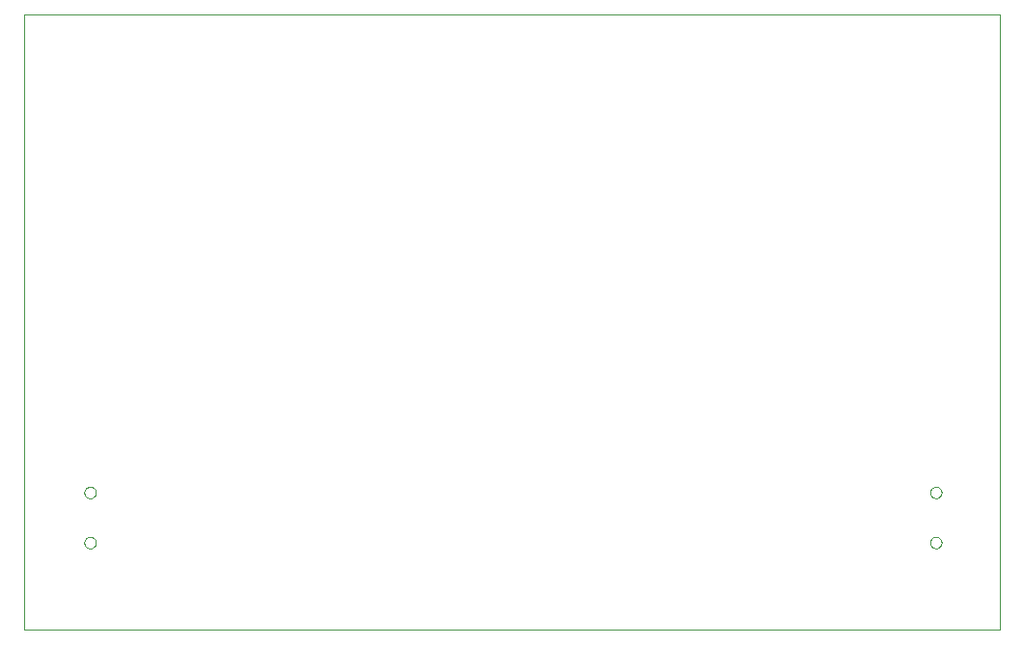
<source format=gko>
G75*
G70*
%OFA0B0*%
%FSLAX24Y24*%
%IPPOS*%
%LPD*%
%AMOC8*
5,1,8,0,0,1.08239X$1,22.5*
%
%ADD10C,0.0000*%
D10*
X000128Y000229D02*
X000128Y021481D01*
X033828Y021481D01*
X033828Y000229D01*
X000128Y000229D01*
X002199Y003238D02*
X002201Y003265D01*
X002207Y003292D01*
X002216Y003318D01*
X002229Y003342D01*
X002245Y003365D01*
X002264Y003384D01*
X002286Y003401D01*
X002310Y003415D01*
X002335Y003425D01*
X002362Y003432D01*
X002389Y003435D01*
X002417Y003434D01*
X002444Y003429D01*
X002470Y003421D01*
X002494Y003409D01*
X002517Y003393D01*
X002538Y003375D01*
X002555Y003354D01*
X002570Y003330D01*
X002581Y003305D01*
X002589Y003279D01*
X002593Y003252D01*
X002593Y003224D01*
X002589Y003197D01*
X002581Y003171D01*
X002570Y003146D01*
X002555Y003122D01*
X002538Y003101D01*
X002517Y003083D01*
X002495Y003067D01*
X002470Y003055D01*
X002444Y003047D01*
X002417Y003042D01*
X002389Y003041D01*
X002362Y003044D01*
X002335Y003051D01*
X002310Y003061D01*
X002286Y003075D01*
X002264Y003092D01*
X002245Y003111D01*
X002229Y003134D01*
X002216Y003158D01*
X002207Y003184D01*
X002201Y003211D01*
X002199Y003238D01*
X002199Y004970D02*
X002201Y004997D01*
X002207Y005024D01*
X002216Y005050D01*
X002229Y005074D01*
X002245Y005097D01*
X002264Y005116D01*
X002286Y005133D01*
X002310Y005147D01*
X002335Y005157D01*
X002362Y005164D01*
X002389Y005167D01*
X002417Y005166D01*
X002444Y005161D01*
X002470Y005153D01*
X002494Y005141D01*
X002517Y005125D01*
X002538Y005107D01*
X002555Y005086D01*
X002570Y005062D01*
X002581Y005037D01*
X002589Y005011D01*
X002593Y004984D01*
X002593Y004956D01*
X002589Y004929D01*
X002581Y004903D01*
X002570Y004878D01*
X002555Y004854D01*
X002538Y004833D01*
X002517Y004815D01*
X002495Y004799D01*
X002470Y004787D01*
X002444Y004779D01*
X002417Y004774D01*
X002389Y004773D01*
X002362Y004776D01*
X002335Y004783D01*
X002310Y004793D01*
X002286Y004807D01*
X002264Y004824D01*
X002245Y004843D01*
X002229Y004866D01*
X002216Y004890D01*
X002207Y004916D01*
X002201Y004943D01*
X002199Y004970D01*
X031410Y004970D02*
X031412Y004997D01*
X031418Y005024D01*
X031427Y005050D01*
X031440Y005074D01*
X031456Y005097D01*
X031475Y005116D01*
X031497Y005133D01*
X031521Y005147D01*
X031546Y005157D01*
X031573Y005164D01*
X031600Y005167D01*
X031628Y005166D01*
X031655Y005161D01*
X031681Y005153D01*
X031705Y005141D01*
X031728Y005125D01*
X031749Y005107D01*
X031766Y005086D01*
X031781Y005062D01*
X031792Y005037D01*
X031800Y005011D01*
X031804Y004984D01*
X031804Y004956D01*
X031800Y004929D01*
X031792Y004903D01*
X031781Y004878D01*
X031766Y004854D01*
X031749Y004833D01*
X031728Y004815D01*
X031706Y004799D01*
X031681Y004787D01*
X031655Y004779D01*
X031628Y004774D01*
X031600Y004773D01*
X031573Y004776D01*
X031546Y004783D01*
X031521Y004793D01*
X031497Y004807D01*
X031475Y004824D01*
X031456Y004843D01*
X031440Y004866D01*
X031427Y004890D01*
X031418Y004916D01*
X031412Y004943D01*
X031410Y004970D01*
X031410Y003238D02*
X031412Y003265D01*
X031418Y003292D01*
X031427Y003318D01*
X031440Y003342D01*
X031456Y003365D01*
X031475Y003384D01*
X031497Y003401D01*
X031521Y003415D01*
X031546Y003425D01*
X031573Y003432D01*
X031600Y003435D01*
X031628Y003434D01*
X031655Y003429D01*
X031681Y003421D01*
X031705Y003409D01*
X031728Y003393D01*
X031749Y003375D01*
X031766Y003354D01*
X031781Y003330D01*
X031792Y003305D01*
X031800Y003279D01*
X031804Y003252D01*
X031804Y003224D01*
X031800Y003197D01*
X031792Y003171D01*
X031781Y003146D01*
X031766Y003122D01*
X031749Y003101D01*
X031728Y003083D01*
X031706Y003067D01*
X031681Y003055D01*
X031655Y003047D01*
X031628Y003042D01*
X031600Y003041D01*
X031573Y003044D01*
X031546Y003051D01*
X031521Y003061D01*
X031497Y003075D01*
X031475Y003092D01*
X031456Y003111D01*
X031440Y003134D01*
X031427Y003158D01*
X031418Y003184D01*
X031412Y003211D01*
X031410Y003238D01*
M02*

</source>
